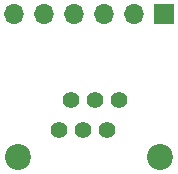
<source format=gts>
%TF.GenerationSoftware,KiCad,Pcbnew,4.0.7*%
%TF.CreationDate,2017-11-15T17:31:17+08:00*%
%TF.ProjectId,rj12,726A31322E6B696361645F7063620000,rev?*%
%TF.FileFunction,Soldermask,Top*%
%FSLAX46Y46*%
G04 Gerber Fmt 4.6, Leading zero omitted, Abs format (unit mm)*
G04 Created by KiCad (PCBNEW 4.0.7) date 11/15/17 17:31:17*
%MOMM*%
%LPD*%
G01*
G04 APERTURE LIST*
%ADD10C,0.100000*%
%ADD11C,2.200000*%
%ADD12C,1.400000*%
%ADD13R,1.700000X1.700000*%
%ADD14O,1.700000X1.700000*%
G04 APERTURE END LIST*
D10*
D11*
X1950000Y-15110000D03*
X13950000Y-15110000D03*
D12*
X5410000Y-12810000D03*
X6425000Y-10270000D03*
X7440000Y-12810000D03*
X8455000Y-10270000D03*
X9470000Y-12810000D03*
X10484995Y-10270000D03*
D13*
X14350000Y-3000000D03*
D14*
X11810000Y-3000000D03*
X9270000Y-3000000D03*
X6730000Y-3000000D03*
X4190000Y-3000000D03*
X1650000Y-3000000D03*
M02*

</source>
